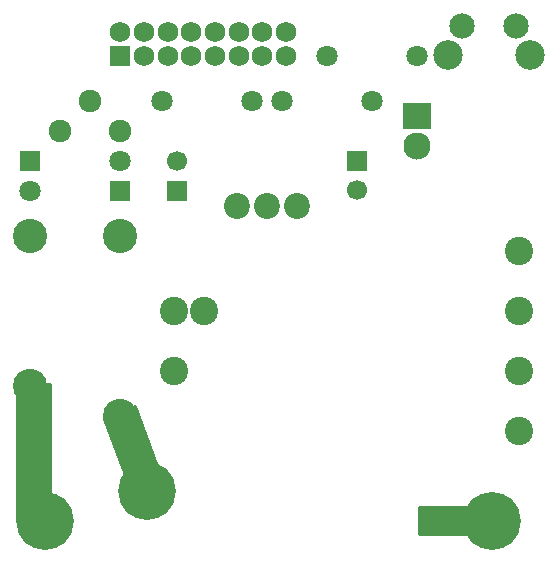
<source format=gbs>
G04 #@! TF.FileFunction,Soldermask,Bot*
%FSLAX46Y46*%
G04 Gerber Fmt 4.6, Leading zero omitted, Abs format (unit mm)*
G04 Created by KiCad (PCBNEW 4.0.2-stable) date 31-5-2016 17:43:18*
%MOMM*%
G01*
G04 APERTURE LIST*
%ADD10C,0.100000*%
%ADD11R,2.400000X2.300000*%
%ADD12C,2.300000*%
%ADD13C,2.500000*%
%ADD14C,2.150000*%
%ADD15C,1.924000*%
%ADD16R,1.750000X1.750000*%
%ADD17C,1.750000*%
%ADD18R,1.797000X1.797000*%
%ADD19C,1.797000*%
%ADD20C,2.900000*%
%ADD21R,1.700000X1.700000*%
%ADD22C,1.700000*%
%ADD23C,4.900880*%
%ADD24C,2.400000*%
%ADD25C,2.200000*%
%ADD26C,0.254000*%
G04 APERTURE END LIST*
D10*
D11*
X177800000Y-107950000D03*
D12*
X177800000Y-110490000D03*
D13*
X187370000Y-102820000D03*
D14*
X186110000Y-100330000D03*
X181610000Y-100330000D03*
D13*
X180360000Y-102820000D03*
D15*
X150114000Y-106680000D03*
X152654000Y-109220000D03*
X147574000Y-109220000D03*
D16*
X152654000Y-102870000D03*
D17*
X154654000Y-102870000D03*
X156654000Y-102870000D03*
X158654000Y-102870000D03*
X160654000Y-102870000D03*
X162654000Y-102870000D03*
X164654000Y-102870000D03*
X166654000Y-102870000D03*
X152654000Y-100870000D03*
X154654000Y-100870000D03*
X156654000Y-100870000D03*
X158654000Y-100870000D03*
X160654000Y-100870000D03*
X162654000Y-100870000D03*
X164654000Y-100870000D03*
X166654000Y-100870000D03*
D18*
X152654000Y-114300000D03*
D19*
X145034000Y-114300000D03*
D18*
X145034000Y-111760000D03*
D19*
X152654000Y-111760000D03*
D20*
X152654000Y-118110000D03*
X145034000Y-118110000D03*
X152654000Y-133350000D03*
X145034000Y-130810000D03*
D19*
X156210000Y-106680000D03*
X163830000Y-106680000D03*
X173990000Y-106680000D03*
X166370000Y-106680000D03*
D21*
X157480000Y-114300000D03*
D22*
X157480000Y-111800000D03*
D21*
X172720000Y-111760000D03*
D22*
X172720000Y-114260000D03*
D19*
X170180000Y-102870000D03*
X177800000Y-102870000D03*
D23*
X154940000Y-139700000D03*
X184150000Y-142240000D03*
X146304000Y-142240000D03*
D24*
X186436000Y-129540000D03*
X159766000Y-124460000D03*
X186436000Y-124460000D03*
X157226000Y-129540000D03*
X157226000Y-124460000D03*
X186436000Y-119380000D03*
X186436000Y-134620000D03*
D25*
X165100000Y-115570000D03*
X167640000Y-115570000D03*
X162560000Y-115570000D03*
D26*
G36*
X146685000Y-142367000D02*
X143891000Y-142367000D01*
X143891000Y-130683000D01*
X146685000Y-130683000D01*
X146685000Y-142367000D01*
X146685000Y-142367000D01*
G37*
X146685000Y-142367000D02*
X143891000Y-142367000D01*
X143891000Y-130683000D01*
X146685000Y-130683000D01*
X146685000Y-142367000D01*
G36*
X182753000Y-143383000D02*
X177927000Y-143383000D01*
X177927000Y-141097000D01*
X182753000Y-141097000D01*
X182753000Y-143383000D01*
X182753000Y-143383000D01*
G37*
X182753000Y-143383000D02*
X177927000Y-143383000D01*
X177927000Y-141097000D01*
X182753000Y-141097000D01*
X182753000Y-143383000D01*
G36*
X155793245Y-137846048D02*
X153236151Y-138775900D01*
X151291144Y-133670257D01*
X153851565Y-132506430D01*
X155793245Y-137846048D01*
X155793245Y-137846048D01*
G37*
X155793245Y-137846048D02*
X153236151Y-138775900D01*
X151291144Y-133670257D01*
X153851565Y-132506430D01*
X155793245Y-137846048D01*
M02*

</source>
